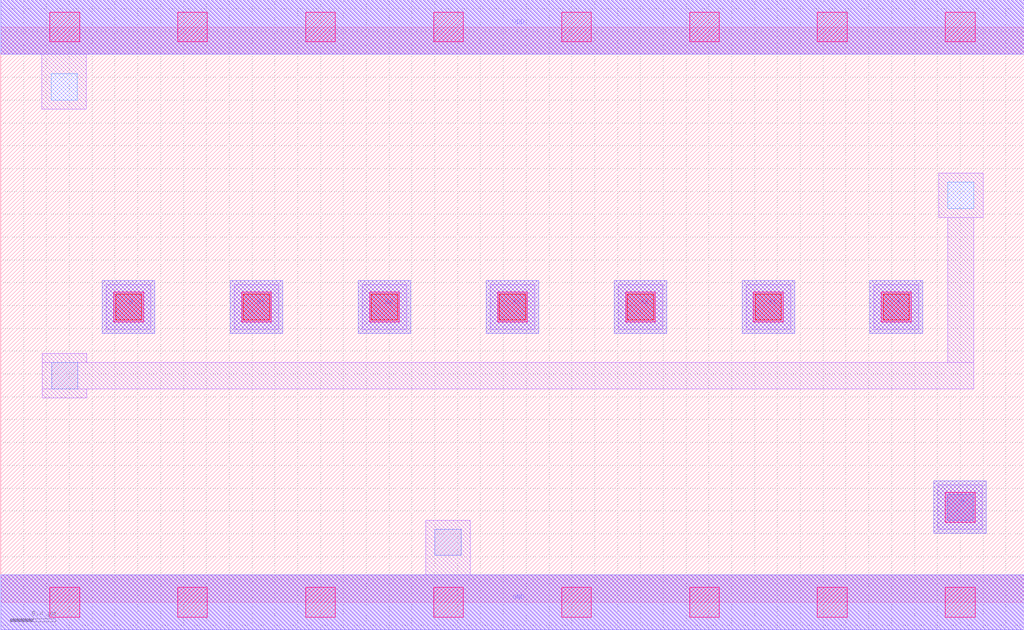
<source format=lef>
MACRO AAOI43
 CLASS CORE ;
 FOREIGN AAOI43 0 0 ;
 SIZE 8.96 BY 5.04 ;
 ORIGIN 0 0 ;
 SYMMETRY X Y R90 ;
 SITE unit ;
  PIN VDD
   DIRECTION INOUT ;
   USE POWER ;
   SHAPE ABUTMENT ;
    PORT
     CLASS CORE ;
       LAYER met1 ;
        RECT 0.00000000 4.80000000 8.96000000 5.28000000 ;
       LAYER met2 ;
        RECT 0.00000000 4.80000000 8.96000000 5.28000000 ;
    END
  END VDD

  PIN GND
   DIRECTION INOUT ;
   USE POWER ;
   SHAPE ABUTMENT ;
    PORT
     CLASS CORE ;
       LAYER met1 ;
        RECT 0.00000000 -0.24000000 8.96000000 0.24000000 ;
       LAYER met2 ;
        RECT 0.00000000 -0.24000000 8.96000000 0.24000000 ;
    END
  END GND

  PIN Y
   DIRECTION INOUT ;
   USE SIGNAL ;
   SHAPE ABUTMENT ;
    PORT
     CLASS CORE ;
       LAYER met2 ;
        RECT 8.17000000 0.60200000 8.63000000 1.06200000 ;
    END
  END Y

  PIN A3
   DIRECTION INOUT ;
   USE SIGNAL ;
   SHAPE ABUTMENT ;
    PORT
     CLASS CORE ;
       LAYER met2 ;
        RECT 4.25000000 2.35700000 4.71000000 2.81700000 ;
    END
  END A3

  PIN A1
   DIRECTION INOUT ;
   USE SIGNAL ;
   SHAPE ABUTMENT ;
    PORT
     CLASS CORE ;
       LAYER met2 ;
        RECT 6.49000000 2.35700000 6.95000000 2.81700000 ;
    END
  END A1

  PIN B1
   DIRECTION INOUT ;
   USE SIGNAL ;
   SHAPE ABUTMENT ;
    PORT
     CLASS CORE ;
       LAYER met2 ;
        RECT 2.01000000 2.35700000 2.47000000 2.81700000 ;
    END
  END B1

  PIN B
   DIRECTION INOUT ;
   USE SIGNAL ;
   SHAPE ABUTMENT ;
    PORT
     CLASS CORE ;
       LAYER met2 ;
        RECT 0.89000000 2.35700000 1.35000000 2.81700000 ;
    END
  END B

  PIN B2
   DIRECTION INOUT ;
   USE SIGNAL ;
   SHAPE ABUTMENT ;
    PORT
     CLASS CORE ;
       LAYER met2 ;
        RECT 3.13000000 2.35700000 3.59000000 2.81700000 ;
    END
  END B2

  PIN A2
   DIRECTION INOUT ;
   USE SIGNAL ;
   SHAPE ABUTMENT ;
    PORT
     CLASS CORE ;
       LAYER met2 ;
        RECT 5.37000000 2.35700000 5.83000000 2.81700000 ;
    END
  END A2

  PIN A
   DIRECTION INOUT ;
   USE SIGNAL ;
   SHAPE ABUTMENT ;
    PORT
     CLASS CORE ;
       LAYER met2 ;
        RECT 7.61000000 2.35700000 8.07000000 2.81700000 ;
    END
  END A

 OBS
    LAYER polycont ;
     RECT 1.00500000 2.47200000 1.23500000 2.70200000 ;
     RECT 2.12500000 2.47200000 2.35500000 2.70200000 ;
     RECT 3.24500000 2.47200000 3.47500000 2.70200000 ;
     RECT 4.36500000 2.47200000 4.59500000 2.70200000 ;
     RECT 5.48500000 2.47200000 5.71500000 2.70200000 ;
     RECT 6.60500000 2.47200000 6.83500000 2.70200000 ;
     RECT 7.72500000 2.47200000 7.95500000 2.70200000 ;

    LAYER pdiffc ;
     RECT 8.29000000 3.45000000 8.52000000 3.68000000 ;
     RECT 0.44000000 4.40000000 0.67000000 4.63000000 ;

    LAYER ndiffc ;
     RECT 3.80000000 0.41000000 4.03000000 0.64000000 ;
     RECT 8.28500000 0.71700000 8.51500000 0.94700000 ;
     RECT 0.44500000 1.87000000 0.67500000 2.10000000 ;

    LAYER met1 ;
     RECT 0.00000000 -0.24000000 8.96000000 0.24000000 ;
     RECT 3.72000000 0.24000000 4.11000000 0.72000000 ;
     RECT 8.20500000 0.63700000 8.59500000 1.02700000 ;
     RECT 0.92500000 2.39200000 1.31500000 2.78200000 ;
     RECT 2.04500000 2.39200000 2.43500000 2.78200000 ;
     RECT 3.16500000 2.39200000 3.55500000 2.78200000 ;
     RECT 4.28500000 2.39200000 4.67500000 2.78200000 ;
     RECT 5.40500000 2.39200000 5.79500000 2.78200000 ;
     RECT 6.52500000 2.39200000 6.91500000 2.78200000 ;
     RECT 7.64500000 2.39200000 8.03500000 2.78200000 ;
     RECT 0.36500000 1.79000000 0.75500000 1.87000000 ;
     RECT 0.36500000 1.87000000 8.52000000 2.10000000 ;
     RECT 0.36500000 2.10000000 0.75500000 2.18000000 ;
     RECT 8.29000000 2.10000000 8.52000000 3.37000000 ;
     RECT 8.21000000 3.37000000 8.60000000 3.76000000 ;
     RECT 0.36000000 4.32000000 0.75000000 4.80000000 ;
     RECT 0.00000000 4.80000000 8.96000000 5.28000000 ;

    LAYER via1 ;
     RECT 0.43000000 -0.13000000 0.69000000 0.13000000 ;
     RECT 1.55000000 -0.13000000 1.81000000 0.13000000 ;
     RECT 2.67000000 -0.13000000 2.93000000 0.13000000 ;
     RECT 3.79000000 -0.13000000 4.05000000 0.13000000 ;
     RECT 4.91000000 -0.13000000 5.17000000 0.13000000 ;
     RECT 6.03000000 -0.13000000 6.29000000 0.13000000 ;
     RECT 7.15000000 -0.13000000 7.41000000 0.13000000 ;
     RECT 8.27000000 -0.13000000 8.53000000 0.13000000 ;
     RECT 8.27000000 0.70200000 8.53000000 0.96200000 ;
     RECT 0.99000000 2.45700000 1.25000000 2.71700000 ;
     RECT 2.11000000 2.45700000 2.37000000 2.71700000 ;
     RECT 3.23000000 2.45700000 3.49000000 2.71700000 ;
     RECT 4.35000000 2.45700000 4.61000000 2.71700000 ;
     RECT 5.47000000 2.45700000 5.73000000 2.71700000 ;
     RECT 6.59000000 2.45700000 6.85000000 2.71700000 ;
     RECT 7.71000000 2.45700000 7.97000000 2.71700000 ;
     RECT 0.43000000 4.91000000 0.69000000 5.17000000 ;
     RECT 1.55000000 4.91000000 1.81000000 5.17000000 ;
     RECT 2.67000000 4.91000000 2.93000000 5.17000000 ;
     RECT 3.79000000 4.91000000 4.05000000 5.17000000 ;
     RECT 4.91000000 4.91000000 5.17000000 5.17000000 ;
     RECT 6.03000000 4.91000000 6.29000000 5.17000000 ;
     RECT 7.15000000 4.91000000 7.41000000 5.17000000 ;
     RECT 8.27000000 4.91000000 8.53000000 5.17000000 ;

    LAYER met2 ;
     RECT 0.00000000 -0.24000000 8.96000000 0.24000000 ;
     RECT 8.17000000 0.60200000 8.63000000 1.06200000 ;
     RECT 0.89000000 2.35700000 1.35000000 2.81700000 ;
     RECT 2.01000000 2.35700000 2.47000000 2.81700000 ;
     RECT 3.13000000 2.35700000 3.59000000 2.81700000 ;
     RECT 4.25000000 2.35700000 4.71000000 2.81700000 ;
     RECT 5.37000000 2.35700000 5.83000000 2.81700000 ;
     RECT 6.49000000 2.35700000 6.95000000 2.81700000 ;
     RECT 7.61000000 2.35700000 8.07000000 2.81700000 ;
     RECT 0.00000000 4.80000000 8.96000000 5.28000000 ;

 END
END AAOI43

</source>
